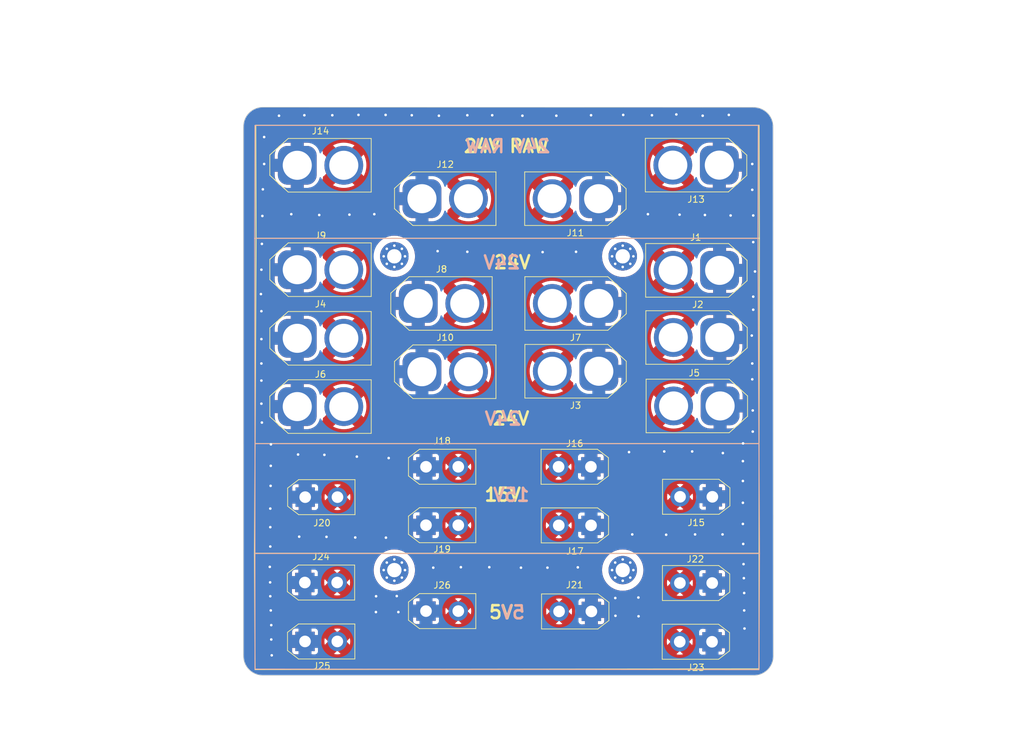
<source format=kicad_pcb>
(kicad_pcb (version 20240108) (generator "pcbnew") (generator_version "8.0")
  (title_block (title "Terminal block") (rev "1") (company "Xplore") (comment 1 "Pedro Conde"))
  (layers (0 "F.Cu" signal) (31 "B.Cu" signal) (34 "B.Paste" user) (35 "F.Paste" user) (36 "B.SilkS" user "B.Silkscreen") (37 "F.SilkS" user "F.Silkscreen") (38 "B.Mask" user) (39 "F.Mask" user) (44 "Edge.Cuts" user))
  (net 0 "")
  (net 1 "GND")
  (net 2 "+24V")
  (net 3 "+24V RAW")
  (net 4 "+15V")
  (net 5 "+5V")
  (footprint "Connector_AMASS:AMASS_XT60-F_1x02_P7.20mm_Vertical" (layer "F.Cu") (at 174.5 90.3 180)
    (property "Reference" "J3" (at 3.6 -5.3 360) (layer "F.SilkS"))
    (property "Value" "Conn_01x03")
    (fp_line (start 11.45 4.15) (end 11.45 -4.15) (stroke (width 0.12)) (layer "F.SilkS"))
    (fp_line (start 11.45 -4.15) (end -1.4 -4.15) (stroke (width 0.12)) (layer "F.SilkS"))
    (fp_line (start -1.4 4.15) (end 11.45 4.15) (stroke (width 0.12)) (layer "F.SilkS"))
    (fp_line (start -1.4 -4.15) (end -4.25 -1.6) (stroke (width 0.12)) (layer "F.SilkS"))
    (fp_line (start -4.25 1.55) (end -1.4 4.15) (stroke (width 0.12)) (layer "F.SilkS"))
    (fp_line (start -4.25 -1.6) (end -4.25 1.55) (stroke (width 0.12)) (layer "F.SilkS"))
    (pad "1" thru_hole roundrect (at 0 0 180) (size 6 6) (drill 4.5) (layers "*.Cu" "*.Mask") (net 1 "GND"))
    (pad "2" thru_hole circle (at 7.2 0 180) (size 6 6) (drill 4.5) (layers "*.Cu" "*.Mask") (net 2 "+24V"))
  )
  (footprint "Connector_AMASS:AMASS_XT60-F_1x02_P7.20mm_Vertical" (layer "F.Cu") (at 127.825 85.2)
    (property "Reference" "J4" (at 3.6 -5.3 360) (layer "F.SilkS"))
    (property "Value" "Conn_01x03")
    (fp_line (start -4.25 -1.6) (end -4.25 1.55) (stroke (width 0.12)) (layer "F.SilkS"))
    (fp_line (start -4.25 1.55) (end -1.4 4.15) (stroke (width 0.12)) (layer "F.SilkS"))
    (fp_line (start -1.4 -4.15) (end -4.25 -1.6) (stroke (width 0.12)) (layer "F.SilkS"))
    (fp_line (start -1.4 4.15) (end 11.45 4.15) (stroke (width 0.12)) (layer "F.SilkS"))
    (fp_line (start 11.45 -4.15) (end -1.4 -4.15) (stroke (width 0.12)) (layer "F.SilkS"))
    (fp_line (start 11.45 4.15) (end 11.45 -4.15) (stroke (width 0.12)) (layer "F.SilkS"))
    (pad "1" thru_hole roundrect (at 0 0) (size 6 6) (drill 4.5) (layers "*.Cu" "*.Mask") (net 1 "GND"))
    (pad "2" thru_hole circle (at 7.2 0) (size 6 6) (drill 4.5) (layers "*.Cu" "*.Mask") (net 2 "+24V"))
  )
  (footprint "Connector_AMASS:AMASS_XT60-F_1x02_P7.20mm_Vertical" (layer "F.Cu") (at 127.825 58.4)
    (property "Reference" "J14" (at 3.6 -5.3 360) (layer "F.SilkS"))
    (property "Value" "Conn_01x03")
    (fp_line (start -4.25 -1.6) (end -4.25 1.55) (stroke (width 0.12)) (layer "F.SilkS"))
    (fp_line (start -4.25 1.55) (end -1.4 4.15) (stroke (width 0.12)) (layer "F.SilkS"))
    (fp_line (start -1.4 -4.15) (end -4.25 -1.6) (stroke (width 0.12)) (layer "F.SilkS"))
    (fp_line (start -1.4 4.15) (end 11.45 4.15) (stroke (width 0.12)) (layer "F.SilkS"))
    (fp_line (start 11.45 -4.15) (end -1.4 -4.15) (stroke (width 0.12)) (layer "F.SilkS"))
    (fp_line (start 11.45 4.15) (end 11.45 -4.15) (stroke (width 0.12)) (layer "F.SilkS"))
    (pad "1" thru_hole roundrect (at 0 0) (size 6 6) (drill 4.5) (layers "*.Cu" "*.Mask") (net 1 "GND"))
    (pad "2" thru_hole circle (at 7.2 0) (size 6 6) (drill 4.5) (layers "*.Cu" "*.Mask") (net 3 "+24V RAW"))
  )
  (footprint "Connector_AMASS:AMASS_XT30UPB-F_1x02_P5.0mm_Vertical" (layer "F.Cu") (at 129 123.025)
    (property "Reference" "J24" (at 2.5 -4 360) (layer "F.SilkS"))
    (property "Value" "Conn_01x03")
    (fp_line (start -2.71 -1.41) (end -2.71 1.41) (stroke (width 0.12)) (layer "F.SilkS"))
    (fp_line (start -2.71 -1.41) (end -1.01 -2.71) (stroke (width 0.12)) (layer "F.SilkS"))
    (fp_line (start -2.71 1.41) (end -1.01 2.71) (stroke (width 0.12)) (layer "F.SilkS"))
    (fp_line (start -1.01 -2.71) (end 7.71 -2.71) (stroke (width 0.12)) (layer "F.SilkS"))
    (fp_line (start -1.01 2.71) (end 7.71 2.71) (stroke (width 0.12)) (layer "F.SilkS"))
    (fp_line (start 7.71 -2.71) (end 7.71 2.71) (stroke (width 0.12)) (layer "F.SilkS"))
    (pad "1" thru_hole rect (at 0 0) (size 3 3) (drill 1.8) (layers "*.Cu" "*.Mask") (net 1 "GND"))
    (pad "2" thru_hole circle (at 5 0) (size 3 3) (drill 1.8) (layers "*.Cu" "*.Mask") (net 5 "+5V"))
  )
  (footprint "Connector_AMASS:AMASS_XT60-F_1x02_P7.20mm_Vertical" (layer "F.Cu") (at 193.15 58.375 180)
    (property "Reference" "J13" (at 3.6 -5.3 360) (layer "F.SilkS"))
    (property "Value" "Conn_01x03")
    (fp_line (start 11.45 4.15) (end 11.45 -4.15) (stroke (width 0.12)) (layer "F.SilkS"))
    (fp_line (start 11.45 -4.15) (end -1.4 -4.15) (stroke (width 0.12)) (layer "F.SilkS"))
    (fp_line (start -1.4 4.15) (end 11.45 4.15) (stroke (width 0.12)) (layer "F.SilkS"))
    (fp_line (start -1.4 -4.15) (end -4.25 -1.6) (stroke (width 0.12)) (layer "F.SilkS"))
    (fp_line (start -4.25 1.55) (end -1.4 4.15) (stroke (width 0.12)) (layer "F.SilkS"))
    (fp_line (start -4.25 -1.6) (end -4.25 1.55) (stroke (width 0.12)) (layer "F.SilkS"))
    (pad "1" thru_hole roundrect (at 0 0 180) (size 6 6) (drill 4.5) (layers "*.Cu" "*.Mask") (net 1 "GND"))
    (pad "2" thru_hole circle (at 7.2 0 180) (size 6 6) (drill 4.5) (layers "*.Cu" "*.Mask") (net 3 "+24V RAW"))
  )
  (footprint "Connector_AMASS:AMASS_XT30UPB-F_1x02_P5.0mm_Vertical" (layer "F.Cu") (at 192.075 109.75 180)
    (property "Reference" "J15" (at 2.5 -4 360) (layer "F.SilkS"))
    (property "Value" "Conn_01x03")
    (fp_line (start 7.71 -2.71) (end 7.71 2.71) (stroke (width 0.12)) (layer "F.SilkS"))
    (fp_line (start -1.01 2.71) (end 7.71 2.71) (stroke (width 0.12)) (layer "F.SilkS"))
    (fp_line (start -1.01 -2.71) (end 7.71 -2.71) (stroke (width 0.12)) (layer "F.SilkS"))
    (fp_line (start -2.71 1.41) (end -1.01 2.71) (stroke (width 0.12)) (layer "F.SilkS"))
    (fp_line (start -2.71 -1.41) (end -1.01 -2.71) (stroke (width 0.12)) (layer "F.SilkS"))
    (fp_line (start -2.71 -1.41) (end -2.71 1.41) (stroke (width 0.12)) (layer "F.SilkS"))
    (pad "1" thru_hole rect (at 0 0 180) (size 3 3) (drill 1.8) (layers "*.Cu" "*.Mask") (net 1 "GND"))
    (pad "2" thru_hole circle (at 5 0 180) (size 3 3) (drill 1.8) (layers "*.Cu" "*.Mask") (net 4 "+15V"))
  )
  (footprint "Connector_AMASS:AMASS_XT60-F_1x02_P7.20mm_Vertical" (layer "F.Cu") (at 147.125 90.375)
    (property "Reference" "J10" (at 3.6 -5.3 360) (layer "F.SilkS"))
    (property "Value" "Conn_01x03")
    (fp_line (start -4.25 -1.6) (end -4.25 1.55) (stroke (width 0.12)) (layer "F.SilkS"))
    (fp_line (start -4.25 1.55) (end -1.4 4.15) (stroke (width 0.12)) (layer "F.SilkS"))
    (fp_line (start -1.4 -4.15) (end -4.25 -1.6) (stroke (width 0.12)) (layer "F.SilkS"))
    (fp_line (start -1.4 4.15) (end 11.45 4.15) (stroke (width 0.12)) (layer "F.SilkS"))
    (fp_line (start 11.45 -4.15) (end -1.4 -4.15) (stroke (width 0.12)) (layer "F.SilkS"))
    (fp_line (start 11.45 4.15) (end 11.45 -4.15) (stroke (width 0.12)) (layer "F.SilkS"))
    (pad "1" thru_hole roundrect (at 0 0) (size 6 6) (drill 4.5) (layers "*.Cu" "*.Mask") (net 1 "GND"))
    (pad "2" thru_hole circle (at 7.2 0) (size 6 6) (drill 4.5) (layers "*.Cu" "*.Mask") (net 2 "+24V"))
  )
  (footprint "Connector_AMASS:AMASS_XT30UPB-F_1x02_P5.0mm_Vertical" (layer "F.Cu") (at 129.05 109.8)
    (property "Reference" "J20" (at 2.6 4 360) (layer "F.SilkS"))
    (property "Value" "Conn_01x03")
    (fp_line (start -2.71 -1.41) (end -2.71 1.41) (stroke (width 0.12)) (layer "F.SilkS"))
    (fp_line (start -2.71 -1.41) (end -1.01 -2.71) (stroke (width 0.12)) (layer "F.SilkS"))
    (fp_line (start -2.71 1.41) (end -1.01 2.71) (stroke (width 0.12)) (layer "F.SilkS"))
    (fp_line (start -1.01 -2.71) (end 7.71 -2.71) (stroke (width 0.12)) (layer "F.SilkS"))
    (fp_line (start -1.01 2.71) (end 7.71 2.71) (stroke (width 0.12)) (layer "F.SilkS"))
    (fp_line (start 7.71 -2.71) (end 7.71 2.71) (stroke (width 0.12)) (layer "F.SilkS"))
    (pad "1" thru_hole rect (at 0 0) (size 3 3) (drill 1.8) (layers "*.Cu" "*.Mask") (net 1 "GND"))
    (pad "2" thru_hole circle (at 5 0) (size 3 3) (drill 1.8) (layers "*.Cu" "*.Mask") (net 4 "+15V"))
  )
  (footprint "Connector_AMASS:AMASS_XT30UPB-F_1x02_P5.0mm_Vertical" (layer "F.Cu") (at 192.025 132.2 180)
    (property "Reference" "J23" (at 2.5 -4 360) (layer "F.SilkS"))
    (property "Value" "Conn_01x03")
    (fp_line (start 7.71 -2.71) (end 7.71 2.71) (stroke (width 0.12)) (layer "F.SilkS"))
    (fp_line (start -1.01 2.71) (end 7.71 2.71) (stroke (width 0.12)) (layer "F.SilkS"))
    (fp_line (start -1.01 -2.71) (end 7.71 -2.71) (stroke (width 0.12)) (layer "F.SilkS"))
    (fp_line (start -2.71 1.41) (end -1.01 2.71) (stroke (width 0.12)) (layer "F.SilkS"))
    (fp_line (start -2.71 -1.41) (end -1.01 -2.71) (stroke (width 0.12)) (layer "F.SilkS"))
    (fp_line (start -2.71 -1.41) (end -2.71 1.41) (stroke (width 0.12)) (layer "F.SilkS"))
    (pad "1" thru_hole rect (at 0 0 180) (size 3 3) (drill 1.8) (layers "*.Cu" "*.Mask") (net 1 "GND"))
    (pad "2" thru_hole circle (at 5 0 180) (size 3 3) (drill 1.8) (layers "*.Cu" "*.Mask") (net 5 "+5V"))
  )
  (footprint "" (layer "F.Cu") (at 142.85 72.5)
    (property "Reference" "" (at 0 0 0) (layer "F.SilkS") (effects (font (size 1.27 1.27))))
    (property "Value" "")
    (pad "1" thru_hole circle (at 0 0) (size 4.4 4.4) (drill 2.2) (layers "*.Cu" "*.Mask"))
  )
  (footprint "MountingHole:MountingHole_2.2mm_M2_Pad_Via" (layer "F.Cu") (at 178.2 121.1)
    (property "Reference" "REF**" (hide yes))
    (property "Value" "MountingHole_2.2mm_M2_Pad_Via")
    (pad "1" thru_hole circle (at -1.65 0) (size 0.7 0.7) (drill 0.4) (layers "*.Cu" "*.Mask"))
    (pad "1" thru_hole circle (at -1.166726 -1.166726) (size 0.7 0.7) (drill 0.4) (layers "*.Cu" "*.Mask"))
    (pad "1" thru_hole circle (at -1.166726 1.166726) (size 0.7 0.7) (drill 0.4) (layers "*.Cu" "*.Mask"))
    (pad "1" thru_hole circle (at 0 -1.65) (size 0.7 0.7) (drill 0.4) (layers "*.Cu" "*.Mask"))
    (pad "1" thru_hole circle (at 0 0) (size 4.4 4.4) (drill 2.2) (layers "*.Cu" "*.Mask"))
    (pad "1" thru_hole circle (at 0 1.65) (size 0.7 0.7) (drill 0.4) (layers "*.Cu" "*.Mask"))
    (pad "1" thru_hole circle (at 1.166726 -1.166726) (size 0.7 0.7) (drill 0.4) (layers "*.Cu" "*.Mask"))
    (pad "1" thru_hole circle (at 1.166726 1.166726) (size 0.7 0.7) (drill 0.4) (layers "*.Cu" "*.Mask"))
    (pad "1" thru_hole circle (at 1.65 0) (size 0.7 0.7) (drill 0.4) (layers "*.Cu" "*.Mask"))
  )
  (footprint "Connector_AMASS:AMASS_XT30UPB-F_1x02_P5.0mm_Vertical" (layer "F.Cu") (at 192.05 123.1 180)
    (property "Reference" "J22" (at 2.6 3.7 360) (layer "F.SilkS"))
    (property "Value" "Conn_01x03")
    (fp_line (start 7.71 -2.71) (end 7.71 2.71) (stroke (width 0.12)) (layer "F.SilkS"))
    (fp_line (start -1.01 2.71) (end 7.71 2.71) (stroke (width 0.12)) (layer "F.SilkS"))
    (fp_line (start -1.01 -2.71) (end 7.71 -2.71) (stroke (width 0.12)) (layer "F.SilkS"))
    (fp_line (start -2.71 1.41) (end -1.01 2.71) (stroke (width 0.12)) (layer "F.SilkS"))
    (fp_line (start -2.71 -1.41) (end -1.01 -2.71) (stroke (width 0.12)) (layer "F.SilkS"))
    (fp_line (start -2.71 -1.41) (end -2.71 1.41) (stroke (width 0.12)) (layer "F.SilkS"))
    (pad "1" thru_hole rect (at 0 0 180) (size 3 3) (drill 1.8) (layers "*.Cu" "*.Mask") (net 1 "GND"))
    (pad "2" thru_hole circle (at 5 0 180) (size 3 3) (drill 1.8) (layers "*.Cu" "*.Mask") (net 5 "+5V"))
  )
  (footprint "Connector_AMASS:AMASS_XT60-F_1x02_P7.20mm_Vertical" (layer "F.Cu") (at 174.5 79.8 180)
    (property "Reference" "J7" (at 3.6 -5.3 360) (layer "F.SilkS"))
    (property "Value" "Conn_01x03")
    (fp_line (start 11.45 4.15) (end 11.45 -4.15) (stroke (width 0.12)) (layer "F.SilkS"))
    (fp_line (start 11.45 -4.15) (end -1.4 -4.15) (stroke (width 0.12)) (layer "F.SilkS"))
    (fp_line (start -1.4 4.15) (end 11.45 4.15) (stroke (width 0.12)) (layer "F.SilkS"))
    (fp_line (start -1.4 -4.15) (end -4.25 -1.6) (stroke (width 0.12)) (layer "F.SilkS"))
    (fp_line (start -4.25 1.55) (end -1.4 4.15) (stroke (width 0.12)) (layer "F.SilkS"))
    (fp_line (start -4.25 -1.6) (end -4.25 1.55) (stroke (width 0.12)) (layer "F.SilkS"))
    (pad "1" thru_hole roundrect (at 0 0 180) (size 6 6) (drill 4.5) (layers "*.Cu" "*.Mask") (net 1 "GND"))
    (pad "2" thru_hole circle (at 7.2 0 180) (size 6 6) (drill 4.5) (layers "*.Cu" "*.Mask") (net 2 "+24V"))
  )
  (footprint "Connector_AMASS:AMASS_XT30UPB-F_1x02_P5.0mm_Vertical" (layer "F.Cu") (at 129.025 132.15)
    (property "Reference" "J25" (at 2.6 3.8 360) (layer "F.SilkS"))
    (property "Value" "Conn_01x03")
    (fp_line (start -2.71 -1.41) (end -2.71 1.41) (stroke (width 0.12)) (layer "F.SilkS"))
    (fp_line (start -2.71 -1.41) (end -1.01 -2.71) (stroke (width 0.12)) (layer "F.SilkS"))
    (fp_line (start -2.71 1.41) (end -1.01 2.71) (stroke (width 0.12)) (layer "F.SilkS"))
    (fp_line (start -1.01 -2.71) (end 7.71 -2.71) (stroke (width 0.12)) (layer "F.SilkS"))
    (fp_line (start -1.01 2.71) (end 7.71 2.71) (stroke (width 0.12)) (layer "F.SilkS"))
    (fp_line (start 7.71 -2.71) (end 7.71 2.71) (stroke (width 0.12)) (layer "F.SilkS"))
    (pad "1" thru_hole rect (at 0 0) (size 3 3) (drill 1.8) (layers "*.Cu" "*.Mask") (net 1 "GND"))
    (pad "2" thru_hole circle (at 5 0) (size 3 3) (drill 1.8) (layers "*.Cu" "*.Mask") (net 5 "+5V"))
  )
  (footprint "MountingHole:MountingHole_2.2mm_M2_Pad_Via" (layer "F.Cu") (at 142.85 72.5)
    (property "Reference" "REF**" (hide yes))
    (property "Value" "MountingHole_2.2mm_M2_Pad_Via")
    (pad "1" thru_hole circle (at -1.65 0) (size 0.7 0.7) (drill 0.4) (layers "*.Cu" "*.Mask"))
    (pad "1" thru_hole circle (at -1.166726 -1.166726) (size 0.7 0.7) (drill 0.4) (layers "*.Cu" "*.Mask"))
    (pad "1" thru_hole circle (at -1.166726 1.166726) (size 0.7 0.7) (drill 0.4) (layers "*.Cu" "*.Mask"))
    (pad "1" thru_hole circle (at 0 -1.65) (size 0.7 0.7) (drill 0.4) (layers "*.Cu" "*.Mask"))
    (pad "1" thru_hole circle (at 0 0) (size 4.4 4.4) (drill 2.2) (layers "*.Cu" "*.Mask"))
    (pad "1" thru_hole circle (at 0 1.65) (size 0.7 0.7) (drill 0.4) (layers "*.Cu" "*.Mask"))
    (pad "1" thru_hole circle (at 1.166726 -1.166726) (size 0.7 0.7) (drill 0.4) (layers "*.Cu" "*.Mask"))
    (pad "1" thru_hole circle (at 1.166726 1.166726) (size 0.7 0.7) (drill 0.4) (layers "*.Cu" "*.Mask"))
    (pad "1" thru_hole circle (at 1.65 0) (size 0.7 0.7) (drill 0.4) (layers "*.Cu" "*.Mask"))
  )
  (footprint "Connector_AMASS:AMASS_XT60-F_1x02_P7.20mm_Vertical" (layer "F.Cu") (at 127.825 74.575)
    (property "Reference" "J9" (at 3.6 -5.3 360) (layer "F.SilkS"))
    (property "Value" "Conn_01x03")
    (fp_line (start -4.25 -1.6) (end -4.25 1.55) (stroke (width 0.12)) (layer "F.SilkS"))
    (fp_line (start -4.25 1.55) (end -1.4 4.15) (stroke (width 0.12)) (layer "F.SilkS"))
    (fp_line (start -1.4 -4.15) (end -4.25 -1.6) (stroke (width 0.12)) (layer "F.SilkS"))
    (fp_line (start -1.4 4.15) (end 11.45 4.15) (stroke (width 0.12)) (layer "F.SilkS"))
    (fp_line (start 11.45 -4.15) (end -1.4 -4.15) (stroke (width 0.12)) (layer "F.SilkS"))
    (fp_line (start 11.45 4.15) (end 11.45 -4.15) (stroke (width 0.12)) (layer "F.SilkS"))
    (pad "1" thru_hole roundrect (at 0 0) (size 6 6) (drill 4.5) (layers "*.Cu" "*.Mask") (net 1 "GND"))
    (pad "2" thru_hole circle (at 7.2 0) (size 6 6) (drill 4.5) (layers "*.Cu" "*.Mask") (net 2 "+24V"))
  )
  (footprint "Connector_AMASS:AMASS_XT60-F_1x02_P7.20mm_Vertical" (layer "F.Cu") (at 193.2 74.675 180)
    (property "Reference" "J1" (at 3.7 5.1 360) (layer "F.SilkS"))
    (property "Value" "Conn_01x03")
    (fp_line (start 11.45 4.15) (end 11.45 -4.15) (stroke (width 0.12)) (layer "F.SilkS"))
    (fp_line (start 11.45 -4.15) (end -1.4 -4.15) (stroke (width 0.12)) (layer "F.SilkS"))
    (fp_line (start -1.4 4.15) (end 11.45 4.15) (stroke (width 0.12)) (layer "F.SilkS"))
    (fp_line (start -1.4 -4.15) (end -4.25 -1.6) (stroke (width 0.12)) (layer "F.SilkS"))
    (fp_line (start -4.25 1.55) (end -1.4 4.15) (stroke (width 0.12)) (layer "F.SilkS"))
    (fp_line (start -4.25 -1.6) (end -4.25 1.55) (stroke (width 0.12)) (layer "F.SilkS"))
    (pad "1" thru_hole roundrect (at 0 0 180) (size 6 6) (drill 4.5) (layers "*.Cu" "*.Mask") (net 1 "GND"))
    (pad "2" thru_hole circle (at 7.2 0 180) (size 6 6) (drill 4.5) (layers "*.Cu" "*.Mask") (net 2 "+24V"))
  )
  (footprint "" (layer "F.Cu") (at 142.85 121.1)
    (property "Reference" "" (at 0 0 0) (layer "F.SilkS") (effects (font (size 1.27 1.27))))
    (property "Value" "")
    (pad "1" thru_hole circle (at 0 0) (size 4.4 4.4) (drill 2.2) (layers "*.Cu" "*.Mask"))
  )
  (footprint "Connector_AMASS:AMASS_XT60-F_1x02_P7.20mm_Vertical" (layer "F.Cu") (at 174.475 63.575 180)
    (property "Reference" "J11" (at 3.6 -5.3 360) (layer "F.SilkS"))
    (property "Value" "Conn_01x03")
    (fp_line (start 11.45 4.15) (end 11.45 -4.15) (stroke (width 0.12)) (layer "F.SilkS"))
    (fp_line (start 11.45 -4.15) (end -1.4 -4.15) (stroke (width 0.12)) (layer "F.SilkS"))
    (fp_line (start -1.4 4.15) (end 11.45 4.15) (stroke (width 0.12)) (layer "F.SilkS"))
    (fp_line (start -1.4 -4.15) (end -4.25 -1.6) (stroke (width 0.12)) (layer "F.SilkS"))
    (fp_line (start -4.25 1.55) (end -1.4 4.15) (stroke (width 0.12)) (layer "F.SilkS"))
    (fp_line (start -4.25 -1.6) (end -4.25 1.55) (stroke (width 0.12)) (layer "F.SilkS"))
    (pad "1" thru_hole roundrect (at 0 0 180) (size 6 6) (drill 4.5) (layers "*.Cu" "*.Mask") (net 1 "GND"))
    (pad "2" thru_hole circle (at 7.2 0 180) (size 6 6) (drill 4.5) (layers "*.Cu" "*.Mask") (net 3 "+24V RAW"))
  )
  (footprint "Connector_AMASS:AMASS_XT60-F_1x02_P7.20mm_Vertical" (layer "F.Cu") (at 147.125 63.575)
    (property "Reference" "J12" (at 3.6 -5.3 360) (layer "F.SilkS"))
    (property "Value" "Conn_01x03")
    (fp_line (start -4.25 -1.6) (end -4.25 1.55) (stroke (width 0.12)) (layer "F.SilkS"))
    (fp_line (start -4.25 1.55) (end -1.4 4.15) (stroke (width 0.12)) (layer "F.SilkS"))
    (fp_line (start -1.4 -4.15) (end -4.25 -1.6) (stroke (width 0.12)) (layer "F.SilkS"))
    (fp_line (start -1.4 4.15) (end 11.45 4.15) (stroke (width 0.12)) (layer "F.SilkS"))
    (fp_line (start 11.45 -4.15) (end -1.4 -4.15) (stroke (width 0.12)) (layer "F.SilkS"))
    (fp_line (start 11.45 4.15) (end 11.45 -4.15) (stroke (width 0.12)) (layer "F.SilkS"))
    (pad "1" thru_hole roundrect (at 0 0) (size 6 6) (drill 4.5) (layers "*.Cu" "*.Mask") (net 1 "GND"))
    (pad "2" thru_hole circle (at 7.2 0) (size 6 6) (drill 4.5) (layers "*.Cu" "*.Mask") (net 3 "+24V RAW"))
  )
  (footprint "Connector_AMASS:AMASS_XT60-F_1x02_P7.20mm_Vertical" (layer "F.Cu") (at 146.55 79.8)
    (property "Reference" "J8" (at 3.6 -5.3 360) (layer "F.SilkS"))
    (property "Value" "Conn_01x03")
    (fp_line (start -4.25 -1.6) (end -4.25 1.55) (stroke (width 0.12)) (layer "F.SilkS"))
    (fp_line (start -4.25 1.55) (end -1.4 4.15) (stroke (width 0.12)) (layer "F.SilkS"))
    (fp_line (start -1.4 -4.15) (end -4.25 -1.6) (stroke (width 0.12)) (layer "F.SilkS"))
    (fp_line (start -1.4 4.15) (end 11.45 4.15) (stroke (width 0.12)) (layer "F.SilkS"))
    (fp_line (start 11.45 -4.15) (end -1.4 -4.15) (stroke (width 0.12)) (layer "F.SilkS"))
    (fp_line (start 11.45 4.15) (end 11.45 -4.15) (stroke (width 0.12)) (layer "F.SilkS"))
    (pad "1" thru_hole roundrect (at 0 0) (size 6 6) (drill 4.5) (layers "*.Cu" "*.Mask") (net 1 "GND"))
    (pad "2" thru_hole circle (at 7.2 0) (size 6 6) (drill 4.5) (layers "*.Cu" "*.Mask") (net 2 "+24V"))
  )
  (footprint "Connector_AMASS:AMASS_XT30UPB-F_1x02_P5.0mm_Vertical" (layer "F.Cu") (at 147.75 127.45)
    (property "Reference" "J26" (at 2.5 -4 360) (layer "F.SilkS"))
    (property "Value" "Conn_01x03")
    (fp_line (start -2.71 -1.41) (end -2.71 1.41) (stroke (width 0.12)) (layer "F.SilkS"))
    (fp_line (start -2.71 -1.41) (end -1.01 -2.71) (stroke (width 0.12)) (layer "F.SilkS"))
    (fp_line (start -2.71 1.41) (end -1.01 2.71) (stroke (width 0.12)) (layer "F.SilkS"))
    (fp_line (start -1.01 -2.71) (end 7.71 -2.71) (stroke (width 0.12)) (layer "F.SilkS"))
    (fp_line (start -1.01 2.71) (end 7.71 2.71) (stroke (width 0.12)) (layer "F.SilkS"))
    (fp_line (start 7.71 -2.71) (end 7.71 2.71) (stroke (width 0.12)) (layer "F.SilkS"))
    (pad "1" thru_hole rect (at 0 0) (size 3 3) (drill 1.8) (layers "*.Cu" "*.Mask") (net 1 "GND"))
    (pad "2" thru_hole circle (at 5 0) (size 3 3) (drill 1.8) (layers "*.Cu" "*.Mask") (net 5 "+5V"))
  )
  (footprint "Connector_AMASS:AMASS_XT30UPB-F_1x02_P5.0mm_Vertical" (layer "F.Cu") (at 173.3 114.175 180)
    (property "Reference" "J17" (at 2.5 -4 360) (layer "F.SilkS"))
    (property "Value" "Conn_01x03")
    (fp_line (start 7.71 -2.71) (end 7.71 2.71) (stroke (width 0.12)) (layer "F.SilkS"))
    (fp_line (start -1.01 2.71) (end 7.71 2.71) (stroke (width 0.12)) (layer "F.SilkS"))
    (fp_line (start -1.01 -2.71) (end 7.71 -2.71) (stroke (width 0.12)) (layer "F.SilkS"))
    (fp_line (start -2.71 1.41) (end -1.01 2.71) (stroke (width 0.12)) (layer "F.SilkS"))
    (fp_line (start -2.71 -1.41) (end -1.01 -2.71) (stroke (width 0.12)) (layer "F.SilkS"))
    (fp_line (start -2.71 -1.41) (end -2.71 1.41) (stroke (width 0.12)) (layer "F.SilkS"))
    (pad "1" thru_hole rect (at 0 0 180) (size 3 3) (drill 1.8) (layers "*.Cu" "*.Mask") (net 1 "GND"))
    (pad "2" thru_hole circle (at 5 0 180) (size 3 3) (drill 1.8) (layers "*.Cu" "*.Mask") (net 4 "+15V"))
  )
  (footprint "Connector_AMASS:AMASS_XT30UPB-F_1x02_P5.0mm_Vertical" (layer "F.Cu") (at 147.75 105.1)
    (property "Reference" "J18" (at 2.5 -4 360) (layer "F.SilkS"))
    (property "Value" "Conn_01x03")
    (fp_line (start -2.71 -1.41) (end -2.71 1.41) (stroke (width 0.12)) (layer "F.SilkS"))
    (fp_line (start -2.71 -1.41) (end -1.01 -2.71) (stroke (width 0.12)) (layer "F.SilkS"))
    (fp_line (start -2.71 1.41) (end -1.01 2.71) (stroke (width 0.12)) (layer "F.SilkS"))
    (fp_line (start -1.01 -2.71) (end 7.71 -2.71) (stroke (width 0.12)) (layer "F.SilkS"))
    (fp_line (start -1.01 2.71) (end 7.71 2.71) (stroke (width 0.12)) (layer "F.SilkS"))
    (fp_line (start 7.71 -2.71) (end 7.71 2.71) (stroke (width 0.12)) (layer "F.SilkS"))
    (pad "1" thru_hole rect (at 0 0) (size 3 3) (drill 1.8) (layers "*.Cu" "*.Mask") (net 1 "GND"))
    (pad "2" thru_hole circle (at 5 0) (size 3 3) (drill 1.8) (layers "*.Cu" "*.Mask") (net 4 "+15V"))
  )
  (footprint "" (layer "F.Cu") (at 178.2 72.5)
    (property "Reference" "" (at 0 0 0) (layer "F.SilkS") (effects (font (size 1.27 1.27))))
    (property "Value" "")
    (pad "1" thru_hole circle (at 0 0) (size 4.4 4.4) (drill 2.2) (layers "*.Cu" "*.Mask"))
  )
  (footprint "Connector_AMASS:AMASS_XT30UPB-F_1x02_P5.0mm_Vertical" (layer "F.Cu") (at 173.35 127.5 180)
    (property "Reference" "J21" (at 2.6 4.1 360) (layer "F.SilkS"))
    (property "Value" "Conn_01x03")
    (fp_line (start 7.71 -2.71) (end 7.71 2.71) (stroke (width 0.12)) (layer "F.SilkS"))
    (fp_line (start -1.01 2.71) (end 7.71 2.71) (stroke (width 0.12)) (layer "F.SilkS"))
    (fp_line (start -1.01 -2.71) (end 7.71 -2.71) (stroke (width 0.12)) (layer "F.SilkS"))
    (fp_line (start -2.71 1.41) (end -1.01 2.71) (stroke (width 0.12)) (layer "F.SilkS"))
    (fp_line (start -2.71 -1.41) (end -1.01 -2.71) (stroke (width 0.12)) (layer "F.SilkS"))
    (fp_line (start -2.71 -1.41) (end -2.71 1.41) (stroke (width 0.12)) (layer "F.SilkS"))
    (pad "1" thru_hole rect (at 0 0 180) (size 3 3) (drill 1.8) (layers "*.Cu" "*.Mask") (net 1 "GND"))
    (pad "2" thru_hole circle (at 5 0 180) (size 3 3) (drill 1.8) (layers "*.Cu" "*.Mask") (net 5 "+5V"))
  )
  (footprint "MountingHole:MountingHole_2.2mm_M2_Pad_Via" (layer "F.Cu") (at 142.85 121.1)
    (property "Reference" "REF**" (hide yes))
    (property "Value" "MountingHole_2.2mm_M2_Pad_Via")
    (pad "1" thru_hole circle (at -1.65 0) (size 0.7 0.7) (drill 0.4) (layers "*.Cu" "*.Mask"))
    (pad "1" thru_hole circle (at -1.166726 -1.166726) (size 0.7 0.7) (drill 0.4) (layers "*.Cu" "*.Mask"))
    (pad "1" thru_hole circle (at -1.166726 1.166726) (size 0.7 0.7) (drill 0.4) (layers "*.Cu" "*.Mask"))
    (pad "1" thru_hole circle (at 0 -1.65) (size 0.7 0.7) (drill 0.4) (layers "*.Cu" "*.Mask"))
    (pad "1" thru_hole circle (at 0 0) (size 4.4 4.4) (drill 2.2) (layers "*.Cu" "*.Mask"))
    (pad "1" thru_hole circle (at 0 1.65) (size 0.7 0.7) (drill 0.4) (layers "*.Cu" "*.Mask"))
    (pad "1" thru_hole circle (at 1.166726 -1.166726) (size 0.7 0.7) (drill 0.4) (layers "*.Cu" "*.Mask"))
    (pad "1" thru_hole circle (at 1.166726 1.166726) (size 0.7 0.7) (drill 0.4) (layers "*.Cu" "*.Mask"))
    (pad "1" thru_hole circle (at 1.65 0) (size 0.7 0.7) (drill 0.4) (layers "*.Cu" "*.Mask"))
  )
  (footprint "Connector_AMASS:AMASS_XT30UPB-F_1x02_P5.0mm_Vertical" (layer "F.Cu") (at 147.75 114.15)
    (property "Reference" "J19" (at 2.5 3.7 360) (layer "F.SilkS"))
    (property "Value" "Conn_01x03")
    (fp_line (start -2.71 -1.41) (end -2.71 1.41) (stroke (width 0.12)) (layer "F.SilkS"))
    (fp_line (start -2.71 -1.41) (end -1.01 -2.71) (stroke (width 0.12)) (layer "F.SilkS"))
    (fp_line (start -2.71 1.41) (end -1.01 2.71) (stroke (width 0.12)) (layer "F.SilkS"))
    (fp_line (start -1.01 -2.71) (end 7.71 -2.71) (stroke (width 0.12)) (layer "F.SilkS"))
    (fp_line (start -1.01 2.71) (end 7.71 2.71) (stroke (width 0.12)) (layer "F.SilkS"))
    (fp_line (start 7.71 -2.71) (end 7.71 2.71) (stroke (width 0.12)) (layer "F.SilkS"))
    (pad "1" thru_hole rect (at 0 0) (size 3 3) (drill 1.8) (layers "*.Cu" "*.Mask") (net 1 "GND"))
    (pad "2" thru_hole circle (at 5 0) (size 3 3) (drill 1.8) (layers "*.Cu" "*.Mask") (net 4 "+15V"))
  )
  (footprint "Connector_AMASS:AMASS_XT30UPB-F_1x02_P5.0mm_Vertical" (layer "F.Cu") (at 173.275 105.1 180)
    (property "Reference" "J16" (at 2.5 3.6 360) (layer "F.SilkS"))
    (property "Value" "Conn_01x03")
    (fp_line (start 7.71 -2.71) (end 7.71 2.71) (stroke (width 0.12)) (layer "F.SilkS"))
    (fp_line (start -1.01 2.71) (end 7.71 2.71) (stroke (width 0.12)) (layer "F.SilkS"))
    (fp_line (start -1.01 -2.71) (end 7.71 -2.71) (stroke (width 0.12)) (layer "F.SilkS"))
    (fp_line (start -2.71 1.41) (end -1.01 2.71) (stroke (width 0.12)) (layer "F.SilkS"))
    (fp_line (start -2.71 -1.41) (end -1.01 -2.71) (stroke (width 0.12)) (layer "F.SilkS"))
    (fp_line (start -2.71 -1.41) (end -2.71 1.41) (stroke (width 0.12)) (layer "F.SilkS"))
    (pad "1" thru_hole rect (at 0 0 180) (size 3 3) (drill 1.8) (layers "*.Cu" "*.Mask") (net 1 "GND"))
    (pad "2" thru_hole circle (at 5 0 180) (size 3 3) (drill 1.8) (layers "*.Cu" "*.Mask") (net 4 "+15V"))
  )
  (footprint "MountingHole:MountingHole_2.2mm_M2_Pad_Via" (layer "F.Cu") (at 178.2 72.5)
    (property "Reference" "REF**" (hide yes))
    (property "Value" "MountingHole_2.2mm_M2_Pad_Via")
    (pad "1" thru_hole circle (at -1.65 0) (size 0.7 0.7) (drill 0.4) (layers "*.Cu" "*.Mask"))
    (pad "1" thru_hole circle (at -1.166726 -1.166726) (size 0.7 0.7) (drill 0.4) (layers "*.Cu" "*.Mask"))
    (pad "1" thru_hole circle (at -1.166726 1.166726) (size 0.7 0.7) (drill 0.4) (layers "*.Cu" "*.Mask"))
    (pad "1" thru_hole circle (at 0 -1.65) (size 0.7 0.7) (drill 0.4) (layers "*.Cu" "*.Mask"))
    (pad "1" thru_hole circle (at 0 0) (size 4.4 4.4) (drill 2.2) (layers "*.Cu" "*.Mask"))
    (pad "1" thru_hole circle (at 0 1.65) (size 0.7 0.7) (drill 0.4) (layers "*.Cu" "*.Mask"))
    (pad "1" thru_hole circle (at 1.166726 -1.166726) (size 0.7 0.7) (drill 0.4) (layers "*.Cu" "*.Mask"))
    (pad "1" thru_hole circle (at 1.166726 1.166726) (size 0.7 0.7) (drill 0.4) (layers "*.Cu" "*.Mask"))
    (pad "1" thru_hole circle (at 1.65 0) (size 0.7 0.7) (drill 0.4) (layers "*.Cu" "*.Mask"))
  )
  (footprint "Connector_AMASS:AMASS_XT60-F_1x02_P7.20mm_Vertical" (layer "F.Cu") (at 127.825 95.775)
    (property "Reference" "J6" (at 3.6 -5 360) (layer "F.SilkS"))
    (property "Value" "Conn_01x03")
    (fp_line (start -4.25 -1.6) (end -4.25 1.55) (stroke (width 0.12)) (layer "F.SilkS"))
    (fp_line (start -4.25 1.55) (end -1.4 4.15) (stroke (width 0.12)) (layer "F.SilkS"))
    (fp_line (start -1.4 -4.15) (end -4.25 -1.6) (stroke (width 0.12)) (layer "F.SilkS"))
    (fp_line (start -1.4 4.15) (end 11.45 4.15) (stroke (width 0.12)) (layer "F.SilkS"))
    (fp_line (start 11.45 -4.15) (end -1.4 -4.15) (stroke (width 0.12)) (layer "F.SilkS"))
    (fp_line (start 11.45 4.15) (end 11.45 -4.15) (stroke (width 0.12)) (layer "F.SilkS"))
    (pad "1" thru_hole roundrect (at 0 0) (size 6 6) (drill 4.5) (layers "*.Cu" "*.Mask") (net 1 "GND"))
    (pad "2" thru_hole circle (at 7.2 0) (size 6 6) (drill 4.5) (layers "*.Cu" "*.Mask") (net 2 "+24V"))
  )
  (footprint "Connector_AMASS:AMASS_XT60-F_1x02_P7.20mm_Vertical" (layer "F.Cu") (at 193.275 95.675 180)
    (property "Reference" "J5" (at 4 5.1 360) (layer "F.SilkS"))
    (property "Value" "Conn_01x03")
    (fp_line (start 11.45 4.15) (end 11.45 -4.15) (stroke (width 0.12)) (layer "F.SilkS"))
    (fp_line (start 11.45 -4.15) (end -1.4 -4.15) (stroke (width 0.12)) (layer "F.SilkS"))
    (fp_line (start -1.4 4.15) (end 11.45 4.15) (stroke (width 0.12)) (layer "F.SilkS"))
    (fp_line (start -1.4 -4.15) (end -4.25 -1.6) (stroke (width 0.12)) (layer "F.SilkS"))
    (fp_line (start -4.25 1.55) (end -1.4 4.15) (stroke (width 0.12)) (layer "F.SilkS"))
    (fp_line (start -4.25 -1.6) (end -4.25 1.55) (stroke (width 0.12)) (layer "F.SilkS"))
    (pad "1" thru_hole roundrect (at 0 0 180) (size 6 6) (drill 4.5) (layers "*.Cu" "*.Mask") (net 1 "GND"))
    (pad "2" thru_hole circle (at 7.2 0 180) (size 6 6) (drill 4.5) (layers "*.Cu" "*.Mask") (net 2 "+24V"))
  )
  (footprint "Connector_AMASS:AMASS_XT60-F_1x02_P7.20mm_Vertical" (layer "F.Cu") (at 193.225 85.075 180)
    (property "Reference" "J2" (at 3.4 5.1 360) (layer "F.SilkS"))
    (property "Value" "Conn_01x03")
    (fp_line (start 11.45 4.15) (end 11.45 -4.15) (stroke (width 0.12)) (layer "F.SilkS"))
    (fp_line (start 11.45 -4.15) (end -1.4 -4.15) (stroke (width 0.12)) (layer "F.SilkS"))
    (fp_line (start -1.4 4.15) (end 11.45 4.15) (stroke (width 0.12)) (layer "F.SilkS"))
    (fp_line (start -1.4 -4.15) (end -4.25 -1.6) (stroke (width 0.12)) (layer "F.SilkS"))
    (fp_line (start -4.25 1.55) (end -1.4 4.15) (stroke (width 0.12)) (layer "F.SilkS"))
    (fp_line (start -4.25 -1.6) (end -4.25 1.55) (stroke (width 0.12)) (layer "F.SilkS"))
    (pad "1" thru_hole roundrect (at 0 0 180) (size 6 6) (drill 4.5) (layers "*.Cu" "*.Mask") (net 1 "GND"))
    (pad "2" thru_hole circle (at 7.2 0 180) (size 6 6) (drill 4.5) (layers "*.Cu" "*.Mask") (net 2 "+24V"))
  )
  (gr_line (start 121.277081 136.425472) (end 121.277081 118.525472) (stroke (width 0.15)) (layer "B.SilkS"))
  (gr_line (start 199.277081 136.525472) (end 121.277081 136.425472) (stroke (width 0.15)) (layer "B.SilkS"))
  (gr_line (start 199.377081 118.525472) (end 121.277081 118.525472) (stroke (width 0.15)) (layer "B.SilkS"))
  (gr_line (start 121.277081 52.225472) (end 199.177081 52.225472) (stroke (width 0.15)) (layer "B.SilkS"))
  (gr_line (start 199.127081 69.725472) (end 121.227081 69.725472) (stroke (width 0.15)) (layer "B.SilkS"))
  (gr_line (start 199.377081 118.525472) (end 199.277081 136.525472) (stroke (width 0.15)) (layer "B.SilkS"))
  (gr_line (start 199.277081 101.525472) (end 199.377081 118.525472) (stroke (width 0.15)) (layer "B.SilkS"))
  (gr_line (start 121.227081 69.725472) (end 121.277081 52.225472) (stroke (width 0.15)) (layer "B.SilkS"))
  (gr_line (start 121.277081 101.525472) (end 121.227081 69.725472) (stroke (width 0.15)) (layer "B.SilkS"))
  (gr_line (start 121.277081 118.525472) (end 121.277081 101.525472) (stroke (width 0.15)) (layer "B.SilkS"))
  (gr_line (start 199.127081 69.725472) (end 199.277081 101.525472) (stroke (width 0.15)) (layer "B.SilkS"))
  (gr_line (start 199.277081 101.525472) (end 121.277081 101.525472) (stroke (width 0.15)) (layer "B.SilkS"))
  (gr_line (start 199.177081 52.225472) (end 199.127081 69.725472) (stroke (width 0.15)) (layer "B.SilkS"))
  (gr_line (start 121.4 52.2) (end 199.3 52.2) (stroke (width 0.15)) (layer "F.SilkS"))
  (gr_line (start 121.45 69.7) (end 121.4 52.2) (stroke (width 0.15)) (layer "F.SilkS"))
  (gr_line (start 199.3 136.4) (end 121.3 136.5) (stroke (width 0.15)) (layer "F.SilkS"))
  (gr_line (start 199.3 118.5) (end 199.3 136.4) (stroke (width 0.15)) (layer "F.SilkS"))
  (gr_line (start 121.2 118.5) (end 121.3 101.5) (stroke (width 0.15)) (layer "F.SilkS"))
  (gr_line (start 199.35 69.7) (end 199.3 101.5) (stroke (width 0.15)) (layer "F.SilkS"))
  (gr_line (start 199.3 101.5) (end 199.3 118.5) (stroke (width 0.15)) (layer "F.SilkS"))
  (gr_line (start 121.3 136.5) (end 121.2 118.5) (stroke (width 0.15)) (layer "F.SilkS"))
  (gr_line (start 199.3 101.5) (end 121.3 101.5) (stroke (width 0.15)) (layer "F.SilkS"))
  (gr_line (start 199.3 52.2) (end 199.35 69.7) (stroke (width 0.15)) (layer "F.SilkS"))
  (gr_line (start 199.3 118.5) (end 121.2 118.5) (stroke (width 0.15)) (layer "F.SilkS"))
  (gr_line (start 121.3 101.5) (end 121.45 69.7) (stroke (width 0.15)) (layer "F.SilkS"))
  (gr_line (start 199.35 69.7) (end 121.45 69.7) (stroke (width 0.15)) (layer "F.SilkS"))
  (gr_arc (start 122.498497 137.400489) (mid 120.377182 136.521808) (end 119.498497 134.400489) (stroke (width 0.1)) (layer "Edge.Cuts"))
  (gr_line (start 119.5 52.4) (end 119.498497 134.400489) (stroke (width 0.1)) (layer "Edge.Cuts"))
  (gr_arc (start 201.513582 134.405121) (mid 200.669474 136.491957) (end 198.611916 137.405121) (stroke (width 0.1)) (layer "Edge.Cuts"))
  (gr_line (start 198.47868 49.42132) (end 122.5 49.4) (stroke (width 0.1)) (layer "Edge.Cuts"))
  (gr_line (start 201.513582 134.405121) (end 201.47868 52.42132) (stroke (width 0.1)) (layer "Edge.Cuts"))
  (gr_arc (start 119.5 52.4) (mid 120.37868 50.27868) (end 122.5 49.4) (stroke (width 0.1)) (layer "Edge.Cuts"))
  (gr_line (start 122.498497 137.400489) (end 198.611916 137.405121) (stroke (width 0.1)) (layer "Edge.Cuts"))
  (gr_arc (start 198.47868 49.42132) (mid 200.600006 50.299994) (end 201.47868 52.42132) (stroke (width 0.1)) (layer "Edge.Cuts"))
  (gr_text "24V" (at 162.477081 74.625472 -0) (layer "B.SilkS") (effects (font (size 2 2) (thickness 0.4) (bold yes)) (justify left bottom mirror)))
  (gr_text "24V RAW" (at 167.177081 56.625472 -0) (layer "B.SilkS") (effects (font (size 2 2) (thickness 0.4) (bold yes)) (justify left bottom mirror)))
  (gr_text "15V" (at 163.977081 110.625472 -0) (layer "B.SilkS") (effects (font (size 2 2) (thickness 0.4) (bold yes)) (justify left bottom mirror)))
  (gr_text "24V" (at 162.677081 98.825472 -0) (layer "B.SilkS") (effects (font (size 2 2) (thickness 0.4) (bold yes)) (justify left bottom mirror)))
  (gr_text "5V" (at 163.277081 128.825472 -0) (layer "B.SilkS") (effects (font (size 2 2) (thickness 0.4) (bold yes)) (justify left bottom mirror)))
  (gr_text "15V" (at 156.6 110.6 0) (layer "F.SilkS") (effects (font (size 2 2) (thickness 0.4) (bold yes)) (justify left bottom)))
  (gr_text "5V" (at 157.3 128.8 0) (layer "F.SilkS") (effects (font (size 2 2) (thickness 0.4) (bold yes)) (justify left bottom)))
  (gr_text "24V RAW" (at 153.4 56.6 0) (layer "F.SilkS") (effects (font (size 2 2) (thickness 0.4) (bold yes)) (justify left bottom)))
  (gr_text "24V" (at 157.9 98.8 0) (layer "F.SilkS") (effects (font (size 2 2) (thickness 0.4) (bold yes)) (justify left bottom)))
  (gr_text "24V" (at 158.1 74.6 0) (layer "F.SilkS") (effects (font (size 2 2) (thickness 0.4) (bold yes)) (justify left bottom)))
  (via (at 122.275 89.1) (size 0.8) (drill 0.4) (layers "F.Cu" "B.Cu") (net 1))
  (via (at 126.9 65.975) (size 0.8) (drill 0.4) (layers "F.Cu" "B.Cu") (net 1))
  (via (at 198.175 84.775) (size 0.8) (drill 0.4) (layers "F.Cu" "B.Cu") (net 1))
  (via (at 198.4 70.3) (size 0.8) (drill 0.4) (layers "F.Cu" "B.Cu") (net 1))
  (via (at 148.875 120.725) (size 0.8) (drill 0.4) (layers "F.Cu" "B.Cu") (net 1))
  (via (at 141.5 50.6) (size 0.8) (drill 0.4) (layers "F.Cu" "B.Cu") (net 1))
  (via (at 149.75 50.725) (size 0.8) (drill 0.4) (layers "F.Cu" "B.Cu") (net 1))
  (via (at 125 50.725) (size 0.8) (drill 0.4) (layers "F.Cu" "B.Cu") (net 1))
  (via (at 123.7 108.05) (size 0.8) (drill 0.4) (layers "F.Cu" "B.Cu") (net 1))
  (via (at 198.325 99.65) (size 0.8) (drill 0.4) (layers "F.Cu" "B.Cu") (net 1))
  (via (at 194.625 50.6) (size 0.8) (drill 0.4) (layers "F.Cu" "B.Cu") (net 1))
  (via (at 122.35 98.25) (size 0.8) (drill 0.4) (layers "F.Cu" "B.Cu") (net 1))
  (via (at 123.65 117.45) (size 0.8) (drill 0.4) (layers "F.Cu" "B.Cu") (net 1))
  (via (at 141.975 103.75) (size 0.8) (drill 0.4) (layers "F.Cu" "B.Cu") (net 1))
  (via (at 162.675 50.725) (size 0.8) (drill 0.4) (layers "F.Cu" "B.Cu") (net 1))
  (via (at 145.55 50.65) (size 0.8) (drill 0.4) (layers "F.Cu" "B.Cu") (net 1))
  (via (at 143.475 127.6) (size 0.8) (drill 0.4) (layers "F.Cu" "B.Cu") (net 1))
  (via (at 122.275 91.75) (size 0.8) (drill 0.4) (layers "F.Cu" "B.Cu") (net 1))
  (via (at 140.025 125.15) (size 0.8) (drill 0.4) (layers "F.Cu" "B.Cu") (net 1))
  (via (at 182.725 50.65) (size 0.8) (drill 0.4) (layers "F.Cu" "B.Cu") (net 1))
  (via (at 158 50.65) (size 0.8) (drill 0.4) (layers "F.Cu" "B.Cu") (net 1))
  (via (at 173.3 50.65) (size 0.8) (drill 0.4) (layers "F.Cu" "B.Cu") (net 1))
  (via (at 154.15 71.8) (size 0.8) (drill 0.4) (layers "F.Cu" "B.Cu") (net 1))
  (via (at 137.05 103.525) (size 0.8) (drill 0.4) (layers "F.Cu" "B.Cu") (net 1))
  (via (at 157.55 120.65) (size 0.8) (drill 0.4) (layers "F.Cu" "B.Cu") (net 1))
  (via (at 198.325 96.375) (size 0.8) (drill 0.4) (layers "F.Cu" "B.Cu") (net 1))
  (via (at 198.25 89.1) (size 0.8) (drill 0.4) (layers "F.Cu" "B.Cu") (net 1))
  (via (at 196.825 101.475) (size 0.8) (drill 0.4) (layers "F.Cu" "B.Cu") (net 1))
  (via (at 197 124.65) (size 0.8) (drill 0.4) (layers "F.Cu" "B.Cu") (net 1))
  (via (at 178.275 50.6) (size 0.8) (drill 0.4) (layers "F.Cu" "B.Cu") (net 1))
  (via (at 196.8 107.3) (size 0.8) (drill 0.4) (layers "F.Cu" "B.Cu") (net 1))
  (via (at 165.8 71.85) (size 0.8) (drill 0.4) (layers "F.Cu" "B.Cu") (net 1))
  (via (at 177.075 128.175) (size 0.8) (drill 0.4) (layers "F.Cu" "B.Cu") (net 1))
  (via (at 154.15 50.65) (size 0.8) (drill 0.4) (layers "F.Cu" "B.Cu") (net 1))
  (via (at 122.5 62.125) (size 0.8) (drill 0.4) (layers "F.Cu" "B.Cu") (net 1))
  (via (at 123.65 114.45) (size 0.8) (drill 0.4) (layers "F.Cu" "B.Cu") (net 1))
  (via (at 122.275 95.325) (size 0.8) (drill 0.4) (layers "F.Cu" "B.Cu") (net 1))
  (via (at 170.975 71.8) (size 0.8) (drill 0.4) (layers "F.Cu" "B.Cu") (net 1))
  (via (at 123.65 111.575) (size 0.8) (drill 0.4) (layers "F.Cu" "B.Cu") (net 1))
  (via (at 149.55 71.7) (size 0.8) (drill 0.4) (layers "F.Cu" "B.Cu") (net 1))
  (via (at 123.725 127.35) (size 0.8) (drill 0.4) (layers "F.Cu" "B.Cu") (net 1))
  (via (at 123.65 125.15) (size 0.8) (drill 0.4) (layers "F.Cu" "B.Cu") (net 1))
  (via (at 122.425 66.25) (size 0.8) (drill 0.4) (layers "F.Cu" "B.Cu") (net 1))
  (via (at 131.225 66.1) (size 0.8) (drill 0.4) (layers "F.Cu" "B.Cu") (net 1))
  (via (at 162.45 120.725) (size 0.8) (drill 0.4) (layers "F.Cu" "B.Cu") (net 1))
  (via (at 128.125 115.925) (size 0.8) (drill 0.4) (layers "F.Cu" "B.Cu") (net 1))
  (via (at 132.35 115.95) (size 0.8) (drill 0.4) (layers "F.Cu" "B.Cu") (net 1))
  (via (at 127.95 103.2) (size 0.8) (drill 0.4) (layers "F.Cu" "B.Cu") (net 1))
  (via (at 194.9 66.175) (size 0.8) (drill 0.4) (layers "F.Cu" "B.Cu") (net 1))
  (via (at 196.8 110.675) (size 0.8) (drill 0.4) (layers "F.Cu" "B.Cu") (net 1))
  (via (at 196.85 117.05) (size 0.8) (drill 0.4) (layers "F.Cu" "B.Cu") (net 1))
  (via (at 140 127.6) (size 0.8) (drill 0.4) (layers "F.Cu" "B.Cu") (net 1))
  (via (at 180.65 128.25) (size 0.8) (drill 0.4) (layers "F.Cu" "B.Cu") (net 1))
  (via (at 196.8 104.225) (size 0.8) (drill 0.4) (layers "F.Cu" "B.Cu") (net 1))
  (via (at 193.65 115.575) (size 0.8) (drill 0.4) (layers "F.Cu" "B.Cu") (net 1))
  (via (at 180.625 125.35) (size 0.8) (drill 0.4) (layers "F.Cu" "B.Cu") (net 1))
  (via (at 123.8 131.85) (size 0.8) (drill 0.4) (layers "F.Cu" "B.Cu") (net 1))
  (via (at 184.925 115.625) (size 0.8) (drill 0.4) (layers "F.Cu" "B.Cu") (net 1))
  (via (at 197 127.35) (size 0.8) (drill 0.4) (layers "F.Cu" "B.Cu") (net 1))
  (via (at 128.925 50.65) (size 0.8) (drill 0.4) (layers "F.Cu" "B.Cu") (net 1))
  (via (at 122.35 70.575) (size 0.8) (drill 0.4) (layers "F.Cu" "B.Cu") (net 1))
  (via (at 123.75 101.625) (size 0.8) (drill 0.4) (layers "F.Cu" "B.Cu") (net 1))
  (via (at 193.7 102.975) (size 0.8) (drill 0.4) (layers "F.Cu" "B.Cu") (net 1))
  (via (at 196.95 122.35) (size 0.8) (drill 0.4) (layers "F.Cu" "B.Cu") (net 1))
  (via (at 139.75 65.975) (size 0.8) (drill 0.4) (layers "F.Cu" "B.Cu") (net 1))
  (via (at 179.675 115.575) (size 0.8) (drill 0.4) (layers "F.Cu" "B.Cu") (net 1))
  (via (at 123.8 129.625) (size 0.8) (drill 0.4) (layers "F.Cu" "B.Cu") (net 1))
  (via (at 135.9 66.05) (size 0.8) (drill 0.4) (layers "F.Cu" "B.Cu") (net 1))
  (via (at 182.1 65.975) (size 0.8) (drill 0.4) (layers "F.Cu" "B.Cu") (net 1))
  (via (at 123.575 120.6) (size 0.8) (drill 0.4) (layers "F.Cu" "B.Cu") (net 1))
  (via (at 122.7 54.025) (size 0.8) (drill 0.4) (layers "F.Cu" "B.Cu") (net 1))
  (via (at 153.15 120.65) (size 0.8) (drill 0.4) (layers "F.Cu" "B.Cu") (net 1))
  (via (at 171.25 120.675) (size 0.8) (drill 0.4) (layers "F.Cu" "B.Cu") (net 1))
  (via (at 137.3 50.6) (size 0.8) (drill 0.4) (layers "F.Cu" "B.Cu") (net 1))
  (via (at 190.925 66.1) (size 0.8) (drill 0.4) (layers "F.Cu" "B.Cu") (net 1))
  (via (at 196.8 113.95) (size 0.8) (drill 0.4) (layers "F.Cu" "B.Cu") (net 1))
  (via (at 186.5 50.525) (size 0.8) (drill 0.4) (layers "F.Cu" "B.Cu") (net 1))
  (via (at 184.625 102.725) (size 0.8) (drill 0.4) (layers "F.Cu" "B.Cu") (net 1))
  (via (at 197.05 130.15) (size 0.8) (drill 0.4) (layers "F.Cu" "B.Cu") (net 1))
  (via (at 122.275 85.325) (size 0.8) (drill 0.4) (layers "F.Cu" "B.Cu") (net 1))
  (via (at 187 66.05) (size 0.8) (drill 0.4) (layers "F.Cu" "B.Cu") (net 1))
  (via (at 190.575 50.725) (size 0.8) (drill 0.4) (layers "F.Cu" "B.Cu") (net 1))
  (via (at 179.175 102.825) (size 0.8) (drill 0.4) (layers "F.Cu" "B.Cu") (net 1))
  (via (at 136.8 116.05) (size 0.8) (drill 0.4) (layers "F.Cu" "B.Cu") (net 1))
  (via (at 132.025 103.25) (size 0.8) (drill 0.4) (layers "F.Cu" "B.Cu") (net 1))
  (via (at 166.55 120.725) (size 0.8) (drill 0.4) (layers "F.Cu" "B.Cu") (net 1))
  (via (at 177.05 125.425) (size 0.8) (drill 0.4) (layers "F.Cu" "B.Cu") (net 1))
  (via (at 198.4 78.75) (size 0.8) (drill 0.4) (layers "F.Cu" "B.Cu") (net 1))
  (via (at 188.95 102.725) (size 0.8) (drill 0.4) (layers "F.Cu" "B.Cu") (net 1))
  (via (at 198.4 66.175) (size 0.8) (drill 0.4) (layers "F.Cu" "B.Cu") (net 1))
  (via (at 122.7 58.2) (size 0.8) (drill 0.4) (layers "F.Cu" "B.Cu") (net 1))
  (via (at 122.2 78.35) (size 0.8) (drill 0.4) (layers "F.Cu" "B.Cu") (net 1))
  (via (at 133.25 50.65) (size 0.8) (drill 0.4) (layers "F.Cu" "B.Cu") (net 1))
  (via (at 198.25 91.55) (size 0.8) (drill 0.4) (layers "F.Cu" "B.Cu") (net 1))
  (via (at 198.25 58.2) (size 0.8) (drill 0.4) (layers "F.Cu" "B.Cu") (net 1))
  (via (at 122.275 74.575) (size 0.8) (drill 0.4) (layers "F.Cu" "B.Cu") (net 1))
  (via (at 123.725 104.95) (size 0.8) (drill 0.4) (layers "F.Cu" "B.Cu") (net 1))
  (via (at 198.4 80.775) (size 0.8) (drill 0.4) (layers "F.Cu" "B.Cu") (net 1))
  (via (at 167.925 50.725) (size 0.8) (drill 0.4) (layers "F.Cu" "B.Cu") (net 1))
  (via (at 141.55 116.075) (size 0.8) (drill 0.4) (layers "F.Cu" "B.Cu") (net 1))
  (via (at 123.625 123) (size 0.8) (drill 0.4) (layers "F.Cu" "B.Cu") (net 1))
  (via (at 198.25 62.2) (size 0.8) (drill 0.4) (layers "F.Cu" "B.Cu") (net 1))
  (via (at 143.225 125.125) (size 0.8) (drill 0.4) (layers "F.Cu" "B.Cu") (net 1))
  (via (at 189.4 115.575) (size 0.8) (drill 0.4) (layers "F.Cu" "B.Cu") (net 1))
  (via (at 196.9 120.175) (size 0.8) (drill 0.4) (layers "F.Cu" "B.Cu") (net 1))
  (via (at 122.275 81) (size 0.8) (drill 0.4) (layers "F.Cu" "B.Cu") (net 1))
  (via (at 123.875 134.3) (size 0.8) (drill 0.4) (layers "F.Cu" "B.Cu") (net 1))
  (via (at 198.675 74.85) (size 0.8) (drill 0.4) (layers "F.Cu" "B.Cu") (net 1))
  (segment (start 186 74.7) (end 185.9 74.6) (width 4) (layer "F.Cu") (net 2))
  (zone (net 4) (net_name "+15V") (layer "F.Cu") (priority 3) (connect_pads (clearance 1)) (min_thickness 0.25) (fill yes (thermal_gap 0.5) (thermal_bridge_width 2) (smoothing fillet) (radius 1))
    (polygon (pts (xy 131.3 107.1) (xy 136.7 107.1) (xy 142.4 107.8) (xy 150 107.8) (xy 150 102.4) (xy 171.1 102.4) (xy 171.1 107.8) (xy 176 107.8) (xy 184.3 107.1) (xy 189.7 107.1) (xy 189.7 112.5) (xy 184.3 112.4) (xy 176 111.5) (xy 171.2 111.5) (xy 171.2 116.9) (xy 150 116.9) (xy 150 111.5) (xy 142.3 111.5) (xy 136.7 112.5) (xy 131.3 112.5)))
  )
  (zone (net 3) (net_name "+24V RAW") (layer "F.Cu") (priority 6) (connect_pads (clearance 1)) (min_thickness 0.25) (fill yes (thermal_gap 0.5) (thermal_bridge_width 2) (smoothing fillet) (radius 1))
    (polygon (pts (xy 131 53.8) (xy 131 63) (xy 139.7 63) (xy 139.7 59) (xy 150 59) (xy 150 68.2) (xy 171 68.2) (xy 171 59) (xy 181.3 59) (xy 181.3 63) (xy 189.7 63) (xy 189.7 53.8)))
  )
  (zone (net 2) (net_name "+24V") (layer "F.Cu") (priority 2) (connect_pads (clearance 1)) (min_thickness 0.25) (fill yes (thermal_gap 0.5) (thermal_bridge_width 2) (smoothing fillet) (radius 1))
    (polygon (pts (xy 131.575 70.55) (xy 131.6 100.025) (xy 189.525 99.9) (xy 189.575 70.7) (xy 181.75 70.625) (xy 181.775 94.475) (xy 171.1 94.475) (xy 171.1 75.625) (xy 149.675 75.625) (xy 149.675 94.525) (xy 139.225 94.525) (xy 139.175 70.45)))
  )
  (zone (net 5) (net_name "+5V") (layer "F.Cu") (priority 1) (connect_pads (clearance 1)) (min_thickness 0.25) (fill yes (thermal_gap 0.5) (thermal_bridge_width 2) (smoothing fillet) (radius 1))
    (polygon (pts (xy 131.225 120.375) (xy 131.225 135) (xy 189.75 135.025) (xy 189.675 120.4) (xy 184.275 120.4) (xy 184.25 130.8) (xy 170.975 130.8) (xy 171 124.725) (xy 150.075 124.725) (xy 150.125 130.875) (xy 136.65 130.9) (xy 136.625 120.375)))
  )
  (zone (net 1) (net_name "GND") (layers "F&B.Cu") (connect_pads (clearance 1)) (min_thickness 0.25) (fill yes (thermal_gap 0.5) (thermal_bridge_width 2) (smoothing fillet) (radius 1))
    (polygon (pts (xy 117.656992 48.419909) (xy 202.256992 48.019909) (xy 202.656992 138.519909) (xy 118.056992 138.919909)))
  )
)
</source>
